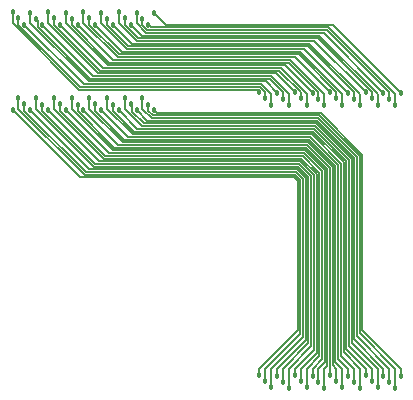
<source format=gtl>
G04*
G04 #@! TF.GenerationSoftware,Altium Limited,Altium Designer,18.0.12 (696)*
G04*
G04 Layer_Physical_Order=1*
G04 Layer_Color=255*
%FSLAX25Y25*%
%MOIN*%
G70*
G01*
G75*
%ADD12C,0.00600*%
%ADD13C,0.01800*%
D12*
X323228Y316460D02*
Y319980D01*
Y316460D02*
X329233Y310455D01*
X335039Y319886D02*
X339070Y315855D01*
X394680D01*
X417323Y293213D01*
X415354Y289150D02*
Y292670D01*
X333939Y314955D02*
X393069D01*
X333071Y315823D02*
X333939Y314955D01*
X393069D02*
X415354Y292670D01*
X392696Y314055D02*
X413386Y293365D01*
Y291181D02*
Y293365D01*
X332717Y314055D02*
X392696D01*
X331102Y315670D02*
Y317854D01*
Y315670D02*
X332717Y314055D01*
X329134Y316366D02*
X332345Y313155D01*
X391475D01*
X329134Y316366D02*
Y319886D01*
X391475Y313155D02*
X411417Y293213D01*
X409449Y289244D02*
Y292764D01*
X327165Y315917D02*
X330828Y312255D01*
X389958D01*
X409449Y292764D01*
X389585Y311355D02*
X407480Y293460D01*
Y291335D02*
Y293460D01*
X329606Y311355D02*
X389585D01*
X325197Y315764D02*
Y318008D01*
Y315764D02*
X329606Y311355D01*
X388364Y310455D02*
X405512Y293307D01*
X329233Y310455D02*
X388364D01*
X403543Y289150D02*
Y292670D01*
X327528Y309555D02*
X386658D01*
X321260Y315823D02*
X327528Y309555D01*
X386658D02*
X403543Y292670D01*
X386285Y308655D02*
X401575Y293365D01*
Y291181D02*
Y293365D01*
X319291Y315670D02*
Y317854D01*
Y315670D02*
X326306Y308655D01*
X386285D01*
X385064Y307755D02*
X399606Y293213D01*
X317323Y316366D02*
Y319886D01*
Y316366D02*
X325933Y307755D01*
X385064D01*
X397638Y289244D02*
Y292764D01*
X324416Y306855D02*
X383547D01*
X397638Y292764D01*
X315354Y315917D02*
X324416Y306855D01*
X395669Y291335D02*
Y293460D01*
X313386Y315764D02*
Y318008D01*
X323195Y305955D02*
X383174D01*
X395669Y293460D01*
X313386Y315764D02*
X323195Y305955D01*
X369131Y294255D02*
X370079Y293307D01*
X287795Y316460D02*
Y319980D01*
Y316460D02*
X310000Y294255D01*
X369131D01*
X370352Y295155D02*
X372047Y293460D01*
Y291335D02*
Y293460D01*
X289764Y315764D02*
Y318008D01*
Y315764D02*
X310373Y295155D01*
X370352D01*
X374016Y289244D02*
Y292764D01*
X311595Y296055D02*
X370725D01*
X374016Y292764D01*
X291732Y315917D02*
X311595Y296055D01*
X372242Y296955D02*
X375984Y293213D01*
X293701Y316366D02*
Y319886D01*
Y316366D02*
X313111Y296955D01*
X372242D01*
X373463Y297855D02*
X377953Y293365D01*
Y291181D02*
Y293365D01*
X295669Y317854D02*
X296138Y317386D01*
Y315201D02*
Y317386D01*
Y315201D02*
X313484Y297855D01*
X373463D01*
X379921Y289150D02*
Y292670D01*
X314705Y298755D02*
X373836D01*
X379921Y292670D01*
X297638Y315823D02*
X314705Y298755D01*
X375542Y299655D02*
X381890Y293307D01*
X299606Y316460D02*
Y319980D01*
Y316460D02*
X316411Y299655D01*
X375542D01*
X383858Y291335D02*
Y293460D01*
X301575Y315764D02*
Y318008D01*
X316784Y300555D02*
X376763D01*
X383858Y293460D01*
X301575Y315764D02*
X316784Y300555D01*
X385827Y289244D02*
Y292764D01*
X318005Y301455D02*
X377136D01*
X385827Y292764D01*
X303543Y315917D02*
X318005Y301455D01*
X378653Y302355D02*
X387795Y293213D01*
X305512Y316366D02*
Y319886D01*
Y316366D02*
X319522Y302355D01*
X378653D01*
X389764Y291181D02*
Y293365D01*
X307480Y315670D02*
Y317854D01*
X319895Y303255D02*
X379874D01*
X389764Y293365D01*
X307480Y315670D02*
X319895Y303255D01*
X391732Y289150D02*
Y292670D01*
X321116Y304155D02*
X380247D01*
X391732Y292670D01*
X309449Y315823D02*
X321116Y304155D01*
X381953Y305055D02*
X393701Y293307D01*
X311417Y316460D02*
Y319980D01*
Y316460D02*
X322822Y305055D01*
X381953D01*
X404427Y214160D02*
Y272577D01*
X335782Y286561D02*
X390443D01*
X403527Y213091D02*
Y272204D01*
X334561Y285661D02*
X390070D01*
X402627Y212023D02*
Y271831D01*
X334188Y284761D02*
X389697D01*
X401727Y210954D02*
Y271459D01*
X332671Y283861D02*
X389325D01*
X400827Y209886D02*
Y271086D01*
X331450Y282961D02*
X388952D01*
X399927Y208817D02*
Y270713D01*
X331077Y282061D02*
X388579D01*
X399027Y207749D02*
Y270340D01*
X329371Y281161D02*
X388206D01*
X398127Y206680D02*
Y269967D01*
X328150Y280261D02*
X387833D01*
X397227Y205612D02*
Y269595D01*
X327777Y279361D02*
X387461D01*
X396327Y204543D02*
Y269222D01*
X326260Y278461D02*
X387088D01*
X395427Y203475D02*
Y268849D01*
X325039Y277561D02*
X386715D01*
X394527Y202406D02*
Y268476D01*
X324666Y276661D02*
X386342D01*
X393627Y199090D02*
Y268103D01*
X322960Y275761D02*
X385969D01*
X392727Y202258D02*
Y267731D01*
X321739Y274861D02*
X385597D01*
X391827Y203327D02*
Y267358D01*
X321366Y273961D02*
X385224D01*
X390927Y204395D02*
Y266985D01*
X319849Y273061D02*
X384851D01*
X390027Y205464D02*
Y266612D01*
X318628Y272161D02*
X384478D01*
X389127Y206532D02*
Y266239D01*
X318255Y271261D02*
X384106D01*
X388227Y207601D02*
Y265867D01*
X316549Y270361D02*
X383733D01*
X387327Y208669D02*
Y265494D01*
X315328Y269461D02*
X383360D01*
X386427Y209738D02*
Y265121D01*
X314955Y268561D02*
X382987D01*
X385527Y210806D02*
Y264748D01*
X313438Y267661D02*
X382614D01*
X384627Y211875D02*
Y264375D01*
X312216Y266761D02*
X382242D01*
X383727Y212943D02*
Y264003D01*
X311844Y265861D02*
X381869D01*
X390443Y286561D02*
X404427Y272577D01*
X390070Y285661D02*
X403527Y272204D01*
X389697Y284761D02*
X402627Y271831D01*
X389325Y283861D02*
X401727Y271459D01*
X388952Y282961D02*
X400827Y271086D01*
X388579Y282061D02*
X399927Y270713D01*
X388206Y281161D02*
X399027Y270340D01*
X387833Y280261D02*
X398127Y269967D01*
X387461Y279361D02*
X397227Y269595D01*
X387088Y278461D02*
X396327Y269222D01*
X386715Y277561D02*
X395427Y268849D01*
X386342Y276661D02*
X394527Y268476D01*
X385969Y275761D02*
X393627Y268103D01*
X385597Y274861D02*
X392727Y267731D01*
X385224Y273961D02*
X391827Y267358D01*
X384851Y273061D02*
X390927Y266985D01*
X384478Y272161D02*
X390027Y266612D01*
X384106Y271261D02*
X389127Y266239D01*
X383733Y270361D02*
X388227Y265867D01*
X383360Y269461D02*
X387327Y265494D01*
X382987Y268561D02*
X386427Y265121D01*
X382614Y267661D02*
X385527Y264748D01*
X382242Y266761D02*
X384627Y264375D01*
X381869Y265861D02*
X383727Y264003D01*
X382827Y214012D02*
Y263630D01*
X381496Y264961D02*
X382827Y263630D01*
X310232Y264961D02*
X381496D01*
X335039Y287303D02*
X335782Y286561D01*
X333071Y287150D02*
X334561Y285661D01*
X331102Y287846D02*
X334188Y284761D01*
X329134Y287398D02*
X332671Y283861D01*
X327634Y286776D02*
X331450Y282961D01*
X325197Y287941D02*
X331077Y282061D01*
X323228Y287303D02*
X329371Y281161D01*
X321260Y287150D02*
X328150Y280261D01*
X319291Y287846D02*
X327777Y279361D01*
X317323Y287398D02*
X326260Y278461D01*
X315354Y287245D02*
X325039Y277561D01*
X313386Y287941D02*
X324666Y276661D01*
X311417Y287303D02*
X322960Y275761D01*
X309449Y287150D02*
X321739Y274861D01*
X307480Y287846D02*
X321366Y273961D01*
X305512Y287398D02*
X319849Y273061D01*
X303543Y287245D02*
X318628Y272161D01*
X301575Y287941D02*
X318255Y271261D01*
X299606Y287303D02*
X316549Y270361D01*
X297638Y287150D02*
X315328Y269461D01*
X295669Y287846D02*
X314955Y268561D01*
X293701Y287398D02*
X313438Y267661D01*
X291732Y287245D02*
X312216Y266761D01*
X289764Y287941D02*
X311844Y265861D01*
X287795Y287398D02*
X310232Y264961D01*
X289764Y287941D02*
Y291461D01*
X291732Y287245D02*
Y289429D01*
X295669Y287846D02*
Y291366D01*
X297638Y287150D02*
Y289276D01*
X301575Y287941D02*
Y291461D01*
X303543Y287245D02*
Y289429D01*
X307480Y287846D02*
Y291366D01*
X309449Y287150D02*
Y289276D01*
X313386Y287941D02*
Y291461D01*
X315354Y287245D02*
Y289429D01*
X319291Y287846D02*
Y291366D01*
X321260Y287150D02*
Y289276D01*
X325197Y287941D02*
Y291461D01*
X333071Y287150D02*
Y289276D01*
X331102Y287846D02*
Y291366D01*
X393627Y199090D02*
X393701Y199016D01*
X403527Y213091D02*
X415354Y201264D01*
Y194858D02*
Y201264D01*
X402627Y212023D02*
X413386Y201264D01*
Y196890D02*
Y201264D01*
X401727Y210954D02*
X411417Y201264D01*
Y198921D02*
Y201264D01*
X400827Y209886D02*
X409449Y201264D01*
Y194953D02*
Y201264D01*
X399927Y208817D02*
X407480Y201264D01*
Y197043D02*
Y201264D01*
X399027Y207749D02*
X405512Y201264D01*
Y199016D02*
Y201264D01*
X398127Y206680D02*
X403543Y201264D01*
Y194858D02*
Y201264D01*
X397227Y205612D02*
X401575Y201264D01*
Y196890D02*
Y201264D01*
X396327Y204543D02*
X399606Y201264D01*
Y198921D02*
Y201264D01*
X395427Y203475D02*
X397638Y201264D01*
Y194953D02*
Y201264D01*
X394527Y202406D02*
X395669Y201264D01*
Y197043D02*
Y201264D01*
X370079D02*
X382827Y214012D01*
X370079Y199016D02*
Y201264D01*
X372047D02*
X383727Y212943D01*
X372047Y197043D02*
Y201264D01*
X374016D02*
X384627Y211875D01*
X374016Y194953D02*
Y201264D01*
X375984D02*
X385527Y210806D01*
X375984Y198921D02*
Y201264D01*
X377953D02*
X386427Y209738D01*
X377953Y196890D02*
Y201264D01*
X379921D02*
X387327Y208669D01*
X379921Y194858D02*
Y201264D01*
X381890D02*
X388227Y207601D01*
X381890Y199016D02*
Y201264D01*
X383858D02*
X389127Y206532D01*
X383858Y197043D02*
Y201264D01*
X385827D02*
X390027Y205464D01*
X385827Y194953D02*
Y201264D01*
X387795D02*
X390927Y204395D01*
X387795Y198921D02*
Y201264D01*
X389764D02*
X391827Y203327D01*
X389764Y196890D02*
Y201264D01*
X391732D02*
X392727Y202258D01*
X391732Y194858D02*
Y201264D01*
X404427Y214160D02*
X417323Y201264D01*
Y198921D02*
Y201264D01*
X327165Y289429D02*
X327634Y288961D01*
Y286776D02*
Y288961D01*
D13*
X335039Y319886D02*
D03*
X333071Y315823D02*
D03*
X331102Y317854D02*
D03*
X329134Y319886D02*
D03*
X327165Y315917D02*
D03*
X325197Y318008D02*
D03*
X323228Y319980D02*
D03*
X321260Y315823D02*
D03*
X319291Y317854D02*
D03*
X317323Y319886D02*
D03*
X315354Y315917D02*
D03*
X313386Y318008D02*
D03*
X287795Y319980D02*
D03*
X289764Y318008D02*
D03*
X291732Y315917D02*
D03*
X293701Y319886D02*
D03*
X295669Y317854D02*
D03*
X297638Y315823D02*
D03*
X299606Y319980D02*
D03*
X301575Y318008D02*
D03*
X303543Y315917D02*
D03*
X305512Y319886D02*
D03*
X307480Y317854D02*
D03*
X309449Y315823D02*
D03*
X311417Y319980D02*
D03*
X370079Y293307D02*
D03*
X372047Y291335D02*
D03*
X381890Y293307D02*
D03*
X417323Y293213D02*
D03*
X415354Y289150D02*
D03*
X413386Y291181D02*
D03*
X411417Y293213D02*
D03*
X409449Y289244D02*
D03*
X407480Y291335D02*
D03*
X405512Y293307D02*
D03*
X403543Y289150D02*
D03*
X401575Y291181D02*
D03*
X399606Y293213D02*
D03*
X397638Y289244D02*
D03*
X395669Y291335D02*
D03*
X393701Y293307D02*
D03*
X391732Y289150D02*
D03*
X389764Y291181D02*
D03*
X387795Y293213D02*
D03*
X385827Y289244D02*
D03*
X383858Y291335D02*
D03*
X379921Y289150D02*
D03*
X377953Y291181D02*
D03*
X375984Y293213D02*
D03*
X374016Y289244D02*
D03*
X415354Y194858D02*
D03*
X413386Y196890D02*
D03*
X411417Y198921D02*
D03*
X409449Y194953D02*
D03*
X407480Y197043D02*
D03*
X405512Y199016D02*
D03*
X403543Y194858D02*
D03*
X401575Y196890D02*
D03*
X399606Y198921D02*
D03*
X397638Y194953D02*
D03*
X395669Y197043D02*
D03*
X370079Y199016D02*
D03*
X372047Y197043D02*
D03*
X374016Y194953D02*
D03*
X375984Y198921D02*
D03*
X377953Y196890D02*
D03*
X379921Y194858D02*
D03*
X381890Y199016D02*
D03*
X383858Y197043D02*
D03*
X385827Y194953D02*
D03*
X387795Y198921D02*
D03*
X389764Y196890D02*
D03*
X391732Y194858D02*
D03*
X393701Y199016D02*
D03*
X417323Y198921D02*
D03*
X335039Y287303D02*
D03*
X333071Y289276D02*
D03*
X331102Y291366D02*
D03*
X329134Y287398D02*
D03*
X327165Y289429D02*
D03*
X325197Y291461D02*
D03*
X323228Y287303D02*
D03*
X321260Y289276D02*
D03*
X319291Y291366D02*
D03*
X317323Y287398D02*
D03*
X315354Y289429D02*
D03*
X313386Y291461D02*
D03*
X287795Y287398D02*
D03*
X289764Y291461D02*
D03*
X291732Y289429D02*
D03*
X293701Y287398D02*
D03*
X295669Y291366D02*
D03*
X297638Y289276D02*
D03*
X299606Y287303D02*
D03*
X301575Y291461D02*
D03*
X303543Y289429D02*
D03*
X305512Y287398D02*
D03*
X307480Y291366D02*
D03*
X309449Y289276D02*
D03*
X311417Y287303D02*
D03*
M02*

</source>
